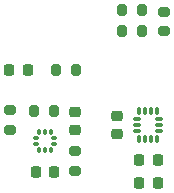
<source format=gbr>
%TF.GenerationSoftware,KiCad,Pcbnew,8.0.2-8.0.2-0~ubuntu20.04.1*%
%TF.CreationDate,2024-07-20T17:48:18+05:00*%
%TF.ProjectId,AlphaHagkemindt,416c7068-6148-4616-976b-656d696e6474,rev?*%
%TF.SameCoordinates,Original*%
%TF.FileFunction,Paste,Top*%
%TF.FilePolarity,Positive*%
%FSLAX46Y46*%
G04 Gerber Fmt 4.6, Leading zero omitted, Abs format (unit mm)*
G04 Created by KiCad (PCBNEW 8.0.2-8.0.2-0~ubuntu20.04.1) date 2024-07-20 17:48:18*
%MOMM*%
%LPD*%
G01*
G04 APERTURE LIST*
G04 Aperture macros list*
%AMRoundRect*
0 Rectangle with rounded corners*
0 $1 Rounding radius*
0 $2 $3 $4 $5 $6 $7 $8 $9 X,Y pos of 4 corners*
0 Add a 4 corners polygon primitive as box body*
4,1,4,$2,$3,$4,$5,$6,$7,$8,$9,$2,$3,0*
0 Add four circle primitives for the rounded corners*
1,1,$1+$1,$2,$3*
1,1,$1+$1,$4,$5*
1,1,$1+$1,$6,$7*
1,1,$1+$1,$8,$9*
0 Add four rect primitives between the rounded corners*
20,1,$1+$1,$2,$3,$4,$5,0*
20,1,$1+$1,$4,$5,$6,$7,0*
20,1,$1+$1,$6,$7,$8,$9,0*
20,1,$1+$1,$8,$9,$2,$3,0*%
G04 Aperture macros list end*
%ADD10RoundRect,0.200000X-0.275000X0.200000X-0.275000X-0.200000X0.275000X-0.200000X0.275000X0.200000X0*%
%ADD11RoundRect,0.087500X0.125000X0.087500X-0.125000X0.087500X-0.125000X-0.087500X0.125000X-0.087500X0*%
%ADD12RoundRect,0.087500X0.087500X0.125000X-0.087500X0.125000X-0.087500X-0.125000X0.087500X-0.125000X0*%
%ADD13RoundRect,0.087500X-0.087500X0.225000X-0.087500X-0.225000X0.087500X-0.225000X0.087500X0.225000X0*%
%ADD14RoundRect,0.087500X-0.225000X0.087500X-0.225000X-0.087500X0.225000X-0.087500X0.225000X0.087500X0*%
%ADD15RoundRect,0.200000X0.275000X-0.200000X0.275000X0.200000X-0.275000X0.200000X-0.275000X-0.200000X0*%
%ADD16RoundRect,0.200000X0.200000X0.275000X-0.200000X0.275000X-0.200000X-0.275000X0.200000X-0.275000X0*%
%ADD17RoundRect,0.225000X-0.225000X-0.250000X0.225000X-0.250000X0.225000X0.250000X-0.225000X0.250000X0*%
%ADD18RoundRect,0.225000X-0.250000X0.225000X-0.250000X-0.225000X0.250000X-0.225000X0.250000X0.225000X0*%
%ADD19RoundRect,0.200000X-0.200000X-0.275000X0.200000X-0.275000X0.200000X0.275000X-0.200000X0.275000X0*%
%ADD20RoundRect,0.218750X0.218750X0.256250X-0.218750X0.256250X-0.218750X-0.256250X0.218750X-0.256250X0*%
G04 APERTURE END LIST*
D10*
%TO.C,R4*%
X87733000Y-89925000D03*
X87733000Y-91575000D03*
%TD*%
D11*
%TO.C,U2*%
X91452500Y-92828500D03*
X91452500Y-92328500D03*
D12*
X91190000Y-91816000D03*
X90690000Y-91816000D03*
X90190000Y-91816000D03*
D11*
X89927500Y-92328500D03*
X89927500Y-92828500D03*
D12*
X90190000Y-93341000D03*
X90690000Y-93341000D03*
X91190000Y-93341000D03*
%TD*%
D13*
%TO.C,U1*%
X100182500Y-90017500D03*
X99682500Y-90017500D03*
X99182500Y-90017500D03*
X98682500Y-90017500D03*
D14*
X98520000Y-90680000D03*
X98520000Y-91180000D03*
X98520000Y-91680000D03*
D13*
X98682500Y-92342500D03*
X99182500Y-92342500D03*
X99682500Y-92342500D03*
X100182500Y-92342500D03*
D14*
X100345000Y-91680000D03*
X100345000Y-91180000D03*
X100345000Y-90680000D03*
%TD*%
D15*
%TO.C,R1*%
X100770000Y-83255000D03*
X100770000Y-81605000D03*
%TD*%
D16*
%TO.C,R6*%
X91415500Y-89988000D03*
X89765500Y-89988000D03*
%TD*%
D17*
%TO.C,C2*%
X98670000Y-96080000D03*
X100220000Y-96080000D03*
%TD*%
D18*
%TO.C,C3*%
X96745000Y-90405000D03*
X96745000Y-91955000D03*
%TD*%
D17*
%TO.C,C5*%
X89942500Y-95195000D03*
X91492500Y-95195000D03*
%TD*%
D10*
%TO.C,R5*%
X93257500Y-93417000D03*
X93257500Y-95067000D03*
%TD*%
D19*
%TO.C,R3*%
X97245000Y-81430000D03*
X98895000Y-81430000D03*
%TD*%
D18*
%TO.C,C4*%
X93257500Y-90102000D03*
X93257500Y-91652000D03*
%TD*%
D20*
%TO.C,D1*%
X89244500Y-86559000D03*
X87669500Y-86559000D03*
%TD*%
D19*
%TO.C,R7*%
X91632500Y-86559000D03*
X93282500Y-86559000D03*
%TD*%
%TO.C,R2*%
X97245000Y-83230000D03*
X98895000Y-83230000D03*
%TD*%
D17*
%TO.C,C1*%
X98670000Y-94180000D03*
X100220000Y-94180000D03*
%TD*%
M02*

</source>
